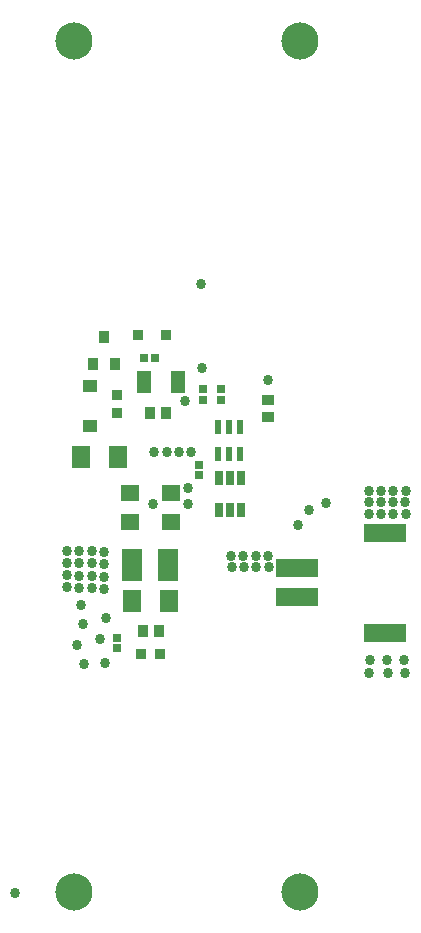
<source format=gbs>
G04*
G04 #@! TF.GenerationSoftware,Altium Limited,Altium Designer,24.2.2 (26)*
G04*
G04 Layer_Color=16711935*
%FSLAX44Y44*%
%MOMM*%
G71*
G04*
G04 #@! TF.SameCoordinates,FA43C0E3-4D26-4613-8E19-43AB185FC845*
G04*
G04*
G04 #@! TF.FilePolarity,Negative*
G04*
G01*
G75*
%ADD11C,3.1500*%
%ADD12C,0.8612*%
%ADD33R,3.6500X1.6500*%
%ADD34R,1.2516X1.0516*%
%ADD35R,1.6016X1.4016*%
%ADD36R,0.9016X0.9016*%
%ADD37R,0.9016X1.0016*%
%ADD38R,1.0016X0.9016*%
%ADD39R,0.6673X0.6416*%
%ADD40R,1.5866X1.8296*%
%ADD41R,0.6416X0.6673*%
%ADD42R,1.7366X2.8016*%
%ADD43R,0.7020X1.2020*%
%ADD44R,0.9656X0.9081*%
%ADD45R,1.2917X1.8296*%
%ADD46R,0.9016X1.1016*%
%ADD47R,0.9016X0.9016*%
%ADD48R,0.6336X1.1736*%
D11*
X412754Y83364D02*
D03*
X603754D02*
D03*
Y804112D02*
D03*
X412754D02*
D03*
D12*
X692798Y268600D02*
D03*
X678575D02*
D03*
X662572D02*
D03*
X692152Y279608D02*
D03*
X678180Y280162D02*
D03*
X663842Y280284D02*
D03*
X602629Y394584D02*
D03*
X626250Y413126D02*
D03*
X612140Y406908D02*
D03*
X509016Y412242D02*
D03*
X480060Y411734D02*
D03*
X509270Y425704D02*
D03*
X421386Y276606D02*
D03*
X415290Y292608D02*
D03*
X418338Y326898D02*
D03*
X420370Y310642D02*
D03*
X438658Y277368D02*
D03*
X434594Y297434D02*
D03*
X439674Y315214D02*
D03*
X512064Y455930D02*
D03*
X501904D02*
D03*
X491490D02*
D03*
X480822D02*
D03*
X406654Y341376D02*
D03*
Y351536D02*
D03*
Y361950D02*
D03*
Y372618D02*
D03*
X417068Y341122D02*
D03*
Y351282D02*
D03*
Y361696D02*
D03*
Y372364D02*
D03*
X427990Y341122D02*
D03*
Y351282D02*
D03*
Y361696D02*
D03*
Y372364D02*
D03*
X438404Y340360D02*
D03*
Y350520D02*
D03*
Y360934D02*
D03*
Y371602D02*
D03*
X546100Y367792D02*
D03*
X556260D02*
D03*
X566674D02*
D03*
X577342D02*
D03*
X546354Y358394D02*
D03*
X556514D02*
D03*
X566928D02*
D03*
X577596D02*
D03*
X662432Y422910D02*
D03*
X672592D02*
D03*
X683006D02*
D03*
X693674D02*
D03*
X662178Y413766D02*
D03*
X672338D02*
D03*
X682752D02*
D03*
X693420D02*
D03*
X693674Y403860D02*
D03*
X683006D02*
D03*
X672592D02*
D03*
X662432D02*
D03*
X520700Y598424D02*
D03*
X521208Y526796D02*
D03*
X362966Y82550D02*
D03*
X506984Y499618D02*
D03*
X577088Y516890D02*
D03*
D33*
X675980Y303195D02*
D03*
X601980Y357995D02*
D03*
Y332994D02*
D03*
X675980Y387794D02*
D03*
D34*
X426720Y478376D02*
D03*
Y512224D02*
D03*
D35*
X460019Y420939D02*
D03*
X495021D02*
D03*
Y396941D02*
D03*
X460019D02*
D03*
D36*
X466740Y554990D02*
D03*
X490840D02*
D03*
D37*
X471139Y304800D02*
D03*
X485140D02*
D03*
X476870Y488950D02*
D03*
X490870D02*
D03*
D38*
X577088Y485760D02*
D03*
Y499760D02*
D03*
D39*
X472440Y535940D02*
D03*
X481096D02*
D03*
D40*
X418414Y452120D02*
D03*
X450266D02*
D03*
X493446Y330200D02*
D03*
X461594D02*
D03*
D41*
X537210Y509036D02*
D03*
Y500380D02*
D03*
X521716Y509036D02*
D03*
Y500380D02*
D03*
X449326Y298714D02*
D03*
Y290058D02*
D03*
X518922Y445018D02*
D03*
Y436362D02*
D03*
D42*
X462346Y360680D02*
D03*
X492694D02*
D03*
D43*
X535330Y434124D02*
D03*
X544830D02*
D03*
X554330D02*
D03*
Y407124D02*
D03*
X544830D02*
D03*
X535330D02*
D03*
D44*
X449580Y504104D02*
D03*
Y489036D02*
D03*
D45*
X471960Y515620D02*
D03*
X500860D02*
D03*
D46*
X428650Y530790D02*
D03*
X438149Y553790D02*
D03*
X447650Y530790D02*
D03*
D47*
X485384Y284919D02*
D03*
X469392Y284988D02*
D03*
D48*
X553789Y454319D02*
D03*
X544290D02*
D03*
X534790D02*
D03*
Y477301D02*
D03*
X544290D02*
D03*
X553789D02*
D03*
M02*

</source>
